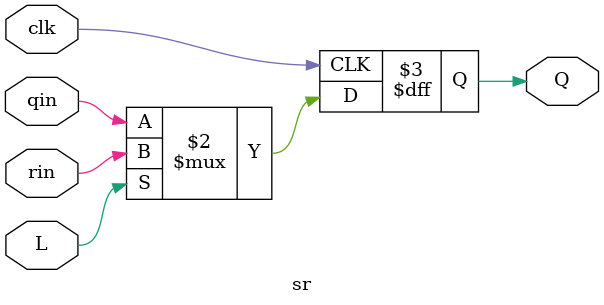
<source format=v>
module top_module (
	input [2:0] SW,      // R
	input [1:0] KEY,     // L and clk
	output [2:0] LEDR);  // Q
    
    
    sr lf1(KEY[0],KEY[1],SW[0], LEDR[2], LEDR[0]);
    sr lf2(KEY[0],KEY[1],SW[1], LEDR[0], LEDR[1]);
    sr lf3(KEY[0],KEY[1],SW[2], LEDR[1]^LEDR[2], LEDR[2]);
        
endmodule
        module sr(
            input clk,
            input L,
            input rin,
            input qin,
            output reg Q);
            always @(posedge clk)begin
                Q <= L? rin:qin;
            end
        endmodule
        
        

</source>
